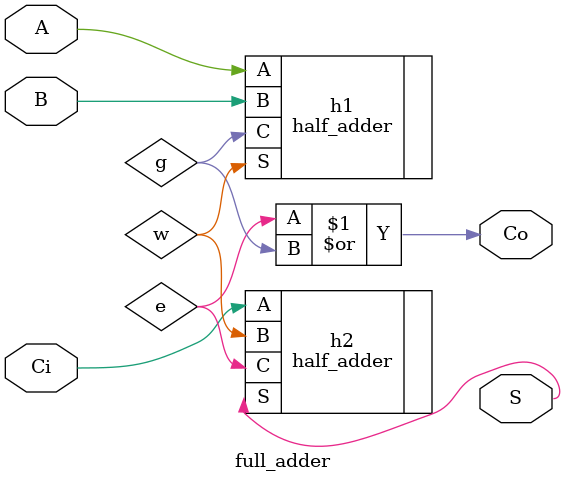
<source format=v>
module full_adder ( A , B , Ci , S , Co);
    input wire A ;
    input wire B ;
    input wire Ci ;
    output wire S ;
    output wire Co ;
    wire w ;
    wire g ;
    wire e  ;

half_adder h1 (  .A(A),
                 .B(B), 
                 .S(w), 
                 .C(g)


) ;

half_adder h2 ( .A(Ci),
                .B(w),
                .S(S),
                .C(e)

) ;
assign Co = e | g ;

endmodule
</source>
